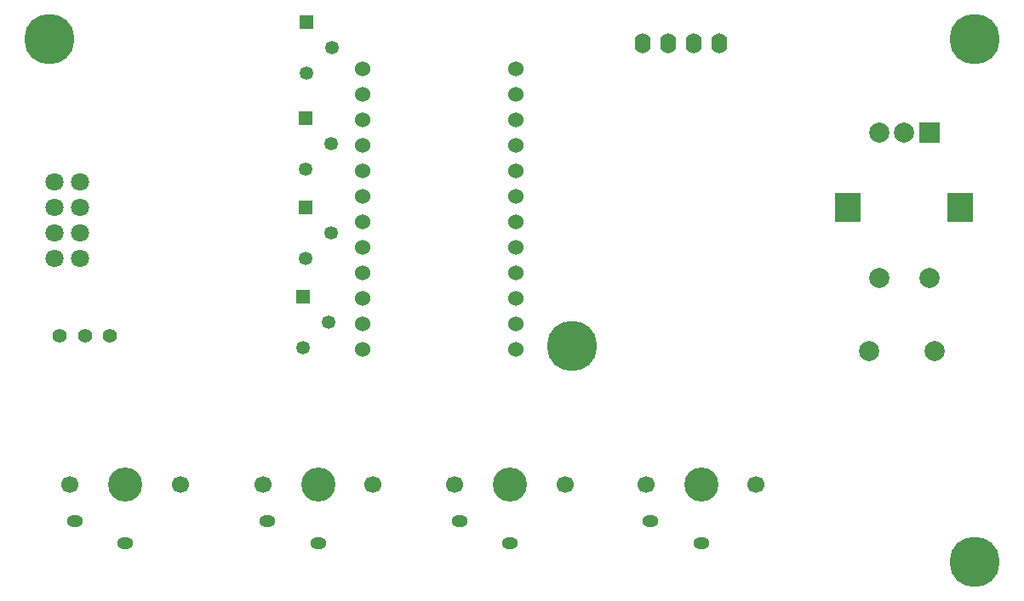
<source format=gbr>
%TF.GenerationSoftware,KiCad,Pcbnew,7.0.9*%
%TF.CreationDate,2024-05-12T00:48:34+09:00*%
%TF.ProjectId,hid taiko opeammm,68696420-7461-4696-9b6f-206f7065616d,rev?*%
%TF.SameCoordinates,Original*%
%TF.FileFunction,Soldermask,Top*%
%TF.FilePolarity,Negative*%
%FSLAX46Y46*%
G04 Gerber Fmt 4.6, Leading zero omitted, Abs format (unit mm)*
G04 Created by KiCad (PCBNEW 7.0.9) date 2024-05-12 00:48:34*
%MOMM*%
%LPD*%
G01*
G04 APERTURE LIST*
%ADD10C,5.000000*%
%ADD11C,2.000000*%
%ADD12R,2.500000X3.000000*%
%ADD13R,2.000000X2.000000*%
%ADD14R,1.346200X1.346200*%
%ADD15C,1.346200*%
%ADD16C,1.800000*%
%ADD17C,1.700000*%
%ADD18C,3.400000*%
%ADD19O,1.600000X1.200000*%
%ADD20O,1.600000X2.000000*%
%ADD21C,1.400000*%
%ADD22C,1.524000*%
G04 APERTURE END LIST*
D10*
%TO.C,*%
X225187500Y-98600000D03*
%TD*%
%TO.C,*%
X173187500Y-68100000D03*
%TD*%
%TO.C,*%
X265187500Y-68100000D03*
%TD*%
%TO.C,J2*%
X265187500Y-120100000D03*
%TD*%
D11*
%TO.C,SW1*%
X255687500Y-91850000D03*
X260687500Y-91850000D03*
D12*
X252587500Y-84850000D03*
X263787500Y-84850000D03*
D11*
X258187500Y-77350000D03*
X255687500Y-77350000D03*
D13*
X260687500Y-77350000D03*
%TD*%
D14*
%TO.C,10k2*%
X198760000Y-66360000D03*
D15*
X201300000Y-68900000D03*
X198760000Y-71440000D03*
%TD*%
D14*
%TO.C,10k1*%
X198647500Y-75948700D03*
D15*
X201187500Y-78488700D03*
X198647500Y-81028700D03*
%TD*%
D11*
%TO.C,SW7*%
X261237500Y-99100000D03*
X254737500Y-99100000D03*
%TD*%
D16*
%TO.C,J4*%
X176222500Y-87325000D03*
X173682500Y-87325000D03*
%TD*%
D17*
%TO.C,SW4*%
X232487500Y-112400000D03*
D18*
X237987500Y-112400000D03*
D17*
X243487500Y-112400000D03*
D19*
X232987500Y-116100000D03*
X237987500Y-118300000D03*
%TD*%
D17*
%TO.C,SW5*%
X194387500Y-112400000D03*
D18*
X199887500Y-112400000D03*
D17*
X205387500Y-112400000D03*
D19*
X194887500Y-116100000D03*
X199887500Y-118300000D03*
%TD*%
D16*
%TO.C,J2*%
X173682500Y-84785000D03*
X176222500Y-84785000D03*
%TD*%
D20*
%TO.C,Brd1*%
X232167500Y-68500000D03*
X234707500Y-68500000D03*
X237247500Y-68500000D03*
X239787500Y-68500000D03*
%TD*%
D17*
%TO.C,SW3*%
X175187500Y-112400000D03*
D18*
X180687500Y-112400000D03*
D17*
X186187500Y-112400000D03*
D19*
X175687500Y-116100000D03*
X180687500Y-118300000D03*
%TD*%
D21*
%TO.C,SW2*%
X179187500Y-97600000D03*
X176687500Y-97600000D03*
X174187500Y-97600000D03*
%TD*%
D16*
%TO.C,J3*%
X176222500Y-89865000D03*
X173682500Y-89865000D03*
%TD*%
D17*
%TO.C,SW6*%
X213487500Y-112400000D03*
D18*
X218987500Y-112400000D03*
D17*
X224487500Y-112400000D03*
D19*
X213987500Y-116100000D03*
X218987500Y-118300000D03*
%TD*%
D16*
%TO.C,J1*%
X173682500Y-82245000D03*
X176222500Y-82245000D03*
%TD*%
D14*
%TO.C,10k3*%
X198420100Y-93710000D03*
D15*
X200960100Y-96250000D03*
X198420100Y-98790000D03*
%TD*%
D14*
%TO.C,10k4*%
X198637500Y-84850000D03*
D15*
X201177500Y-87390000D03*
X198637500Y-89930000D03*
%TD*%
D22*
%TO.C,U1*%
X219607500Y-71056000D03*
X219607500Y-73596000D03*
X219607500Y-76136000D03*
X219607500Y-78676000D03*
X219607500Y-81216000D03*
X219607500Y-83756000D03*
X219607500Y-86296000D03*
X219607500Y-88836000D03*
X219607500Y-91376000D03*
X219607500Y-93916000D03*
X219607500Y-96456000D03*
X219607500Y-98996000D03*
X204367500Y-98996000D03*
X204367500Y-96456000D03*
X204367500Y-93916000D03*
X204367500Y-91376000D03*
X204367500Y-88836000D03*
X204367500Y-86296000D03*
X204367500Y-83756000D03*
X204367500Y-81216000D03*
X204367500Y-78676000D03*
X204367500Y-76136000D03*
X204367500Y-73596000D03*
X204367500Y-71056000D03*
%TD*%
M02*

</source>
